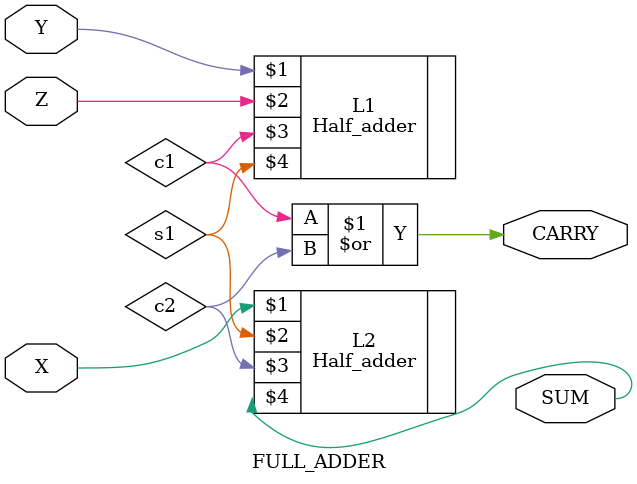
<source format=v>
`include "Half_adder.v"
module FULL_ADDER(
    input X,
    input Y,
    input Z,
    output SUM,
    output CARRY
    );
wire s1;
wire c1;
wire c2;
Half_adder L1(Y,Z,c1,s1);
Half_adder L2(X,s1,c2,SUM);
or(CARRY,c1,c2);

endmodule
</source>
